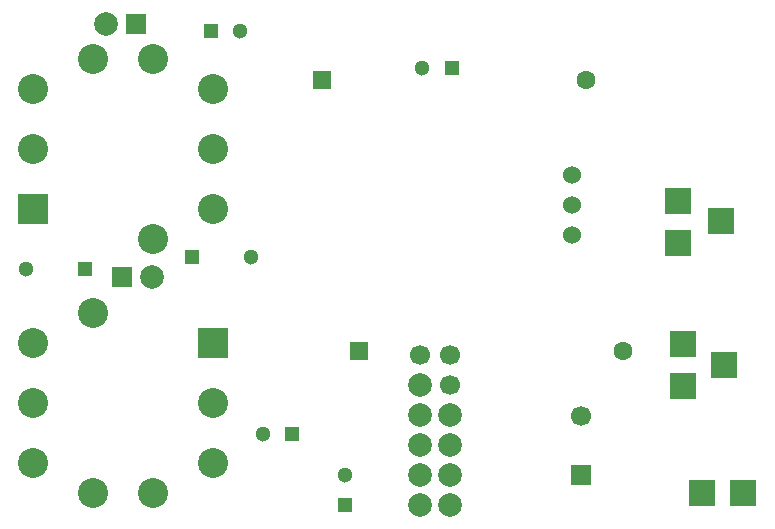
<source format=gbs>
G04 #@! TF.FileFunction,Soldermask,Bot*
%FSLAX46Y46*%
G04 Gerber Fmt 4.6, Leading zero omitted, Abs format (unit mm)*
G04 Created by KiCad (PCBNEW (2015-04-22 BZR 5620)-product) date 07/05/2015 20:47:48*
%MOMM*%
G01*
G04 APERTURE LIST*
%ADD10C,0.100000*%
%ADD11C,1.700000*%
%ADD12R,1.700000X1.700000*%
%ADD13R,2.235200X2.235200*%
%ADD14R,2.540000X2.540000*%
%ADD15C,2.540000*%
%ADD16C,1.300000*%
%ADD17R,1.300000X1.300000*%
%ADD18R,1.600000X1.600000*%
%ADD19C,1.600000*%
%ADD20C,1.524000*%
%ADD21R,1.699260X1.699260*%
%ADD22C,1.998980*%
%ADD23C,2.000000*%
G04 APERTURE END LIST*
D10*
D11*
X146500000Y-110000000D03*
D12*
X146500000Y-115000000D03*
D13*
X155100000Y-103900000D03*
X155100000Y-107400000D03*
X156700000Y-116500000D03*
D14*
X100104000Y-92460000D03*
D15*
X100104000Y-87380000D03*
X100104000Y-82300000D03*
X105184000Y-79760000D03*
X110264000Y-79760000D03*
X115344000Y-82300000D03*
X115344000Y-87380000D03*
X115344000Y-92460000D03*
X110264000Y-95000000D03*
D14*
X115344000Y-103800000D03*
D15*
X115344000Y-108880000D03*
X115344000Y-113960000D03*
X110264000Y-116500000D03*
X105184000Y-116500000D03*
X100104000Y-113960000D03*
X100104000Y-108880000D03*
X100104000Y-103800000D03*
X105184000Y-101260000D03*
D13*
X158600000Y-105700000D03*
X158300000Y-93500000D03*
X160220000Y-116490000D03*
X154700000Y-95300000D03*
X154700000Y-91800000D03*
D16*
X126500000Y-115000000D03*
D17*
X126500000Y-117500000D03*
D18*
X127648000Y-104500000D03*
D19*
X150000000Y-104500000D03*
D18*
X124500000Y-81500000D03*
D19*
X146852000Y-81500000D03*
D20*
X145700000Y-94680000D03*
X145700000Y-92140000D03*
X145700000Y-89600000D03*
D17*
X113500000Y-96500000D03*
D16*
X118500000Y-96500000D03*
D17*
X104500000Y-97500000D03*
D16*
X99500000Y-97500000D03*
X117600000Y-77400000D03*
D17*
X115100000Y-77400000D03*
D16*
X133000000Y-80500000D03*
D17*
X135500000Y-80500000D03*
D16*
X119500000Y-111500000D03*
D17*
X122000000Y-111500000D03*
D21*
X108800000Y-76800000D03*
D22*
X106260000Y-76800000D03*
D21*
X107560000Y-98200000D03*
D22*
X110100000Y-98200000D03*
D11*
X132860000Y-104780000D03*
X135400000Y-104780000D03*
D23*
X132860000Y-107320000D03*
D11*
X135400000Y-107320000D03*
D23*
X132860000Y-109860000D03*
X135400000Y-109860000D03*
X132860000Y-112400000D03*
X135400000Y-112400000D03*
X132860000Y-114940000D03*
X135400000Y-114940000D03*
X132860000Y-117480000D03*
X135400000Y-117480000D03*
M02*

</source>
